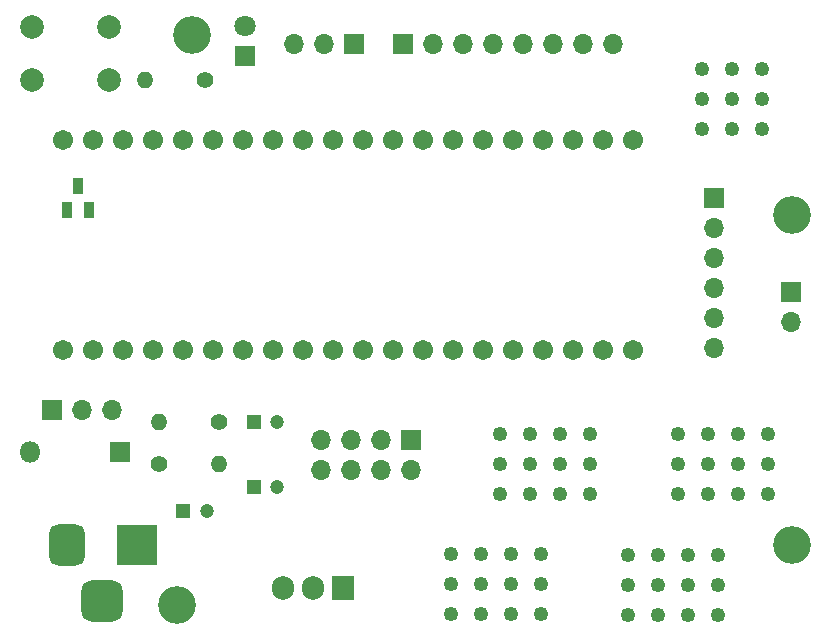
<source format=gts>
%TF.GenerationSoftware,KiCad,Pcbnew,8.0.1*%
%TF.CreationDate,2024-04-30T17:52:19-06:00*%
%TF.ProjectId,RP2040_Servo_Controller_Board,52503230-3430-45f5-9365-72766f5f436f,rev?*%
%TF.SameCoordinates,Original*%
%TF.FileFunction,Soldermask,Top*%
%TF.FilePolarity,Negative*%
%FSLAX46Y46*%
G04 Gerber Fmt 4.6, Leading zero omitted, Abs format (unit mm)*
G04 Created by KiCad (PCBNEW 8.0.1) date 2024-04-30 17:52:19*
%MOMM*%
%LPD*%
G01*
G04 APERTURE LIST*
G04 Aperture macros list*
%AMRoundRect*
0 Rectangle with rounded corners*
0 $1 Rounding radius*
0 $2 $3 $4 $5 $6 $7 $8 $9 X,Y pos of 4 corners*
0 Add a 4 corners polygon primitive as box body*
4,1,4,$2,$3,$4,$5,$6,$7,$8,$9,$2,$3,0*
0 Add four circle primitives for the rounded corners*
1,1,$1+$1,$2,$3*
1,1,$1+$1,$4,$5*
1,1,$1+$1,$6,$7*
1,1,$1+$1,$8,$9*
0 Add four rect primitives between the rounded corners*
20,1,$1+$1,$2,$3,$4,$5,0*
20,1,$1+$1,$4,$5,$6,$7,0*
20,1,$1+$1,$6,$7,$8,$9,0*
20,1,$1+$1,$8,$9,$2,$3,0*%
G04 Aperture macros list end*
%ADD10R,1.200000X1.200000*%
%ADD11C,1.200000*%
%ADD12C,1.250000*%
%ADD13R,1.700000X1.700000*%
%ADD14O,1.700000X1.700000*%
%ADD15C,1.400000*%
%ADD16O,1.400000X1.400000*%
%ADD17R,1.800000X1.800000*%
%ADD18O,1.800000X1.800000*%
%ADD19C,1.800000*%
%ADD20C,1.704000*%
%ADD21R,1.905000X2.000000*%
%ADD22O,1.905000X2.000000*%
%ADD23C,3.200000*%
%ADD24C,2.000000*%
%ADD25RoundRect,0.065120X0.341880X-0.626880X0.341880X0.626880X-0.341880X0.626880X-0.341880X-0.626880X0*%
%ADD26R,3.500000X3.500000*%
%ADD27RoundRect,0.750000X-0.750000X-1.000000X0.750000X-1.000000X0.750000X1.000000X-0.750000X1.000000X0*%
%ADD28RoundRect,0.875000X-0.875000X-0.875000X0.875000X-0.875000X0.875000X0.875000X-0.875000X0.875000X0*%
G04 APERTURE END LIST*
D10*
%TO.C,C2*%
X114500000Y-89500000D03*
D11*
X116500000Y-89500000D03*
%TD*%
D12*
%TO.C,J2*%
X137210000Y-93130000D03*
X139750000Y-93130000D03*
X142290000Y-93130000D03*
X144830000Y-93130000D03*
X137210000Y-98210000D03*
X139750000Y-98210000D03*
X142290000Y-98210000D03*
X144830000Y-98210000D03*
X137210000Y-95670000D03*
X139750000Y-95670000D03*
X142290000Y-95670000D03*
X144830000Y-95670000D03*
%TD*%
D13*
%TO.C,J8*%
X159475000Y-63000000D03*
D14*
X159475000Y-65540000D03*
X159475000Y-68080000D03*
X159475000Y-70620000D03*
X159475000Y-73160000D03*
X159475000Y-75700000D03*
%TD*%
D15*
%TO.C,R7*%
X116340000Y-53000000D03*
D16*
X111260000Y-53000000D03*
%TD*%
D15*
%TO.C,R2*%
X117540000Y-82000000D03*
D16*
X112460000Y-82000000D03*
%TD*%
D17*
%TO.C,D1*%
X109210000Y-84500000D03*
D18*
X101590000Y-84500000D03*
%TD*%
D13*
%TO.C,J10*%
X133100000Y-49950000D03*
D14*
X135640000Y-49950000D03*
X138180000Y-49950000D03*
X140720000Y-49950000D03*
X143260000Y-49950000D03*
X145800000Y-49950000D03*
X148340000Y-49950000D03*
X150880000Y-49950000D03*
%TD*%
D12*
%TO.C,J4*%
X141340000Y-82960000D03*
X143880000Y-82960000D03*
X146420000Y-82960000D03*
X148960000Y-82960000D03*
X141340000Y-88040000D03*
X143880000Y-88040000D03*
X146420000Y-88040000D03*
X148960000Y-88040000D03*
X141340000Y-85500000D03*
X143880000Y-85500000D03*
X146420000Y-85500000D03*
X148960000Y-85500000D03*
%TD*%
D13*
%TO.C,J11*%
X129000000Y-50000000D03*
D14*
X126460000Y-50000000D03*
X123920000Y-50000000D03*
%TD*%
D13*
%TO.C,JP1*%
X103460000Y-81000000D03*
D14*
X106000000Y-81000000D03*
X108540000Y-81000000D03*
%TD*%
D17*
%TO.C,D2*%
X119750000Y-51025000D03*
D19*
X119750000Y-48485000D03*
%TD*%
D20*
%TO.C,U1*%
X114520000Y-58110000D03*
X111980000Y-58110000D03*
X117060000Y-58110000D03*
X122140000Y-58110000D03*
X109440000Y-58110000D03*
X134840000Y-58110000D03*
X147540000Y-58110000D03*
X109440000Y-75890000D03*
X122140000Y-75890000D03*
X134840000Y-75890000D03*
X147540000Y-75890000D03*
X104360000Y-75890000D03*
X106900000Y-75890000D03*
X111980000Y-75890000D03*
X114520000Y-75890000D03*
X117060000Y-75890000D03*
X119600000Y-75890000D03*
X124680000Y-75890000D03*
X127220000Y-75890000D03*
X129760000Y-75890000D03*
X132300000Y-75890000D03*
X137380000Y-75890000D03*
X139920000Y-75890000D03*
X142460000Y-75890000D03*
X145000000Y-75890000D03*
X150080000Y-75890000D03*
X152620000Y-75890000D03*
X152620000Y-58110000D03*
X150080000Y-58110000D03*
X145000000Y-58110000D03*
X142460000Y-58110000D03*
X139920000Y-58110000D03*
X137380000Y-58110000D03*
X132300000Y-58110000D03*
X127220000Y-58110000D03*
X124680000Y-58110000D03*
X119600000Y-58110000D03*
X129760000Y-58110000D03*
X104360000Y-58110000D03*
X106900000Y-58110000D03*
%TD*%
D10*
%TO.C,C4*%
X120500000Y-87500000D03*
D11*
X122500000Y-87500000D03*
%TD*%
D15*
%TO.C,R1*%
X112460000Y-85500000D03*
D16*
X117540000Y-85500000D03*
%TD*%
D12*
%TO.C,J6*%
X158460000Y-57187500D03*
X158460000Y-54647500D03*
X158460000Y-52107500D03*
X163540000Y-57187500D03*
X163540000Y-54647500D03*
X163540000Y-52107500D03*
X161000000Y-57187500D03*
X161000000Y-54647500D03*
X161000000Y-52107500D03*
%TD*%
D21*
%TO.C,U2*%
X128040000Y-96055000D03*
D22*
X125500000Y-96055000D03*
X122960000Y-96055000D03*
%TD*%
D23*
%TO.C,MH1*%
X115240000Y-49200000D03*
%TD*%
D24*
%TO.C,SW1*%
X101750000Y-48550000D03*
X108250000Y-48550000D03*
X101750000Y-53050000D03*
X108250000Y-53050000D03*
%TD*%
D10*
%TO.C,C3*%
X120500000Y-82000000D03*
D11*
X122500000Y-82000000D03*
%TD*%
D13*
%TO.C,J9*%
X166000000Y-71000000D03*
D14*
X166000000Y-73540000D03*
%TD*%
D25*
%TO.C,Q1*%
X104710000Y-64025000D03*
X106540000Y-64025000D03*
X105625000Y-61975000D03*
%TD*%
D12*
%TO.C,J3*%
X152210000Y-93210000D03*
X154750000Y-93210000D03*
X157290000Y-93210000D03*
X159830000Y-93210000D03*
X152210000Y-98290000D03*
X154750000Y-98290000D03*
X157290000Y-98290000D03*
X159830000Y-98290000D03*
X152210000Y-95750000D03*
X154750000Y-95750000D03*
X157290000Y-95750000D03*
X159830000Y-95750000D03*
%TD*%
D26*
%TO.C,J1*%
X110650000Y-92400000D03*
D27*
X104650000Y-92400000D03*
D28*
X107650000Y-97100000D03*
%TD*%
D12*
%TO.C,J5*%
X156380000Y-82960000D03*
X158920000Y-82960000D03*
X161460000Y-82960000D03*
X164000000Y-82960000D03*
X156380000Y-88040000D03*
X158920000Y-88040000D03*
X161460000Y-88040000D03*
X164000000Y-88040000D03*
X156380000Y-85500000D03*
X158920000Y-85500000D03*
X161460000Y-85500000D03*
X164000000Y-85500000D03*
%TD*%
D23*
%TO.C,MH2*%
X113970000Y-97460000D03*
%TD*%
D13*
%TO.C,J7*%
X133800000Y-83460000D03*
D14*
X133800000Y-86000000D03*
X131260000Y-83460000D03*
X131260000Y-86000000D03*
X128720000Y-83460000D03*
X128720000Y-86000000D03*
X126180000Y-83460000D03*
X126180000Y-86000000D03*
%TD*%
D23*
%TO.C,MH3*%
X166040000Y-64440000D03*
%TD*%
%TO.C,MH4*%
X166040000Y-92380000D03*
%TD*%
M02*

</source>
